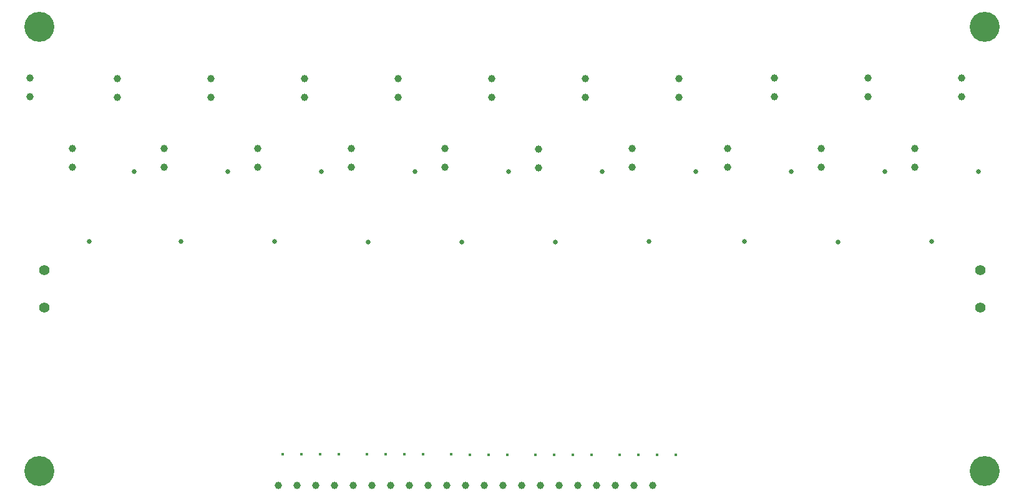
<source format=gbr>
%TF.GenerationSoftware,KiCad,Pcbnew,9.0.0*%
%TF.CreationDate,2025-03-11T14:01:05-06:00*%
%TF.ProjectId,Solenoid Breakout Board,536f6c65-6e6f-4696-9420-427265616b6f,rev?*%
%TF.SameCoordinates,Original*%
%TF.FileFunction,Plated,1,2,PTH,Drill*%
%TF.FilePolarity,Positive*%
%FSLAX46Y46*%
G04 Gerber Fmt 4.6, Leading zero omitted, Abs format (unit mm)*
G04 Created by KiCad (PCBNEW 9.0.0) date 2025-03-11 14:01:05*
%MOMM*%
%LPD*%
G01*
G04 APERTURE LIST*
%TA.AperFunction,ComponentDrill*%
%ADD10C,0.381000*%
%TD*%
%TA.AperFunction,ComponentDrill*%
%ADD11C,0.635000*%
%TD*%
%TA.AperFunction,ComponentDrill*%
%ADD12C,1.000000*%
%TD*%
%TA.AperFunction,ComponentDrill*%
%ADD13C,1.422400*%
%TD*%
%TA.AperFunction,ComponentDrill*%
%ADD14C,4.064000*%
%TD*%
G04 APERTURE END LIST*
D10*
%TO.C,R2*%
X81280000Y-149400000D03*
%TO.C,R1*%
X83820000Y-149400000D03*
%TO.C,R5*%
X86360000Y-149400000D03*
%TO.C,R3*%
X88900000Y-149400000D03*
%TO.C,R6*%
X92710000Y-149400000D03*
%TO.C,R4*%
X95250000Y-149400000D03*
%TO.C,R16*%
X97790000Y-149400000D03*
%TO.C,R17*%
X100330000Y-149400000D03*
%TO.C,R18*%
X104140000Y-149400000D03*
%TO.C,R13*%
X106680000Y-149495000D03*
%TO.C,R14*%
X109220000Y-149495000D03*
%TO.C,R15*%
X111760000Y-149495000D03*
%TO.C,R25*%
X115570000Y-149495000D03*
%TO.C,R26*%
X118110000Y-149495000D03*
%TO.C,R27*%
X120650000Y-149495000D03*
%TO.C,R28*%
X123190000Y-149495000D03*
%TO.C,R33*%
X127000000Y-149495000D03*
%TO.C,R34*%
X129540000Y-149495000D03*
%TO.C,R35*%
X132080000Y-149495000D03*
%TO.C,R36*%
X134620000Y-149495000D03*
D11*
%TO.C,Q2*%
X55005000Y-120600000D03*
%TO.C,Q1*%
X61115000Y-111125000D03*
%TO.C,Q4*%
X67465000Y-120600000D03*
%TO.C,Q5*%
X73815000Y-111125000D03*
%TO.C,Q6*%
X80165000Y-120600000D03*
%TO.C,Q3*%
X86515000Y-111125000D03*
%TO.C,Q10*%
X92865000Y-120650000D03*
%TO.C,Q11*%
X99215000Y-111125000D03*
%TO.C,Q12*%
X105565000Y-120650000D03*
%TO.C,Q7*%
X111915000Y-111125000D03*
%TO.C,Q8*%
X118265000Y-120650000D03*
%TO.C,Q9*%
X124615000Y-111125000D03*
%TO.C,Q13*%
X130965000Y-120600000D03*
%TO.C,Q14*%
X137315000Y-111125000D03*
%TO.C,Q15*%
X143905000Y-120600000D03*
%TO.C,Q16*%
X150255000Y-111100000D03*
%TO.C,Q17*%
X156605000Y-120650000D03*
%TO.C,Q18*%
X162955000Y-111075000D03*
%TO.C,Q19*%
X169305000Y-120600000D03*
%TO.C,Q20*%
X175655000Y-111100000D03*
D12*
%TO.C,Power Out*%
X46990000Y-98425000D03*
X46990000Y-100965000D03*
%TO.C,L2*%
X52705000Y-107950000D03*
X52705000Y-110490000D03*
%TO.C,L1*%
X58815000Y-98445000D03*
X58815000Y-100985000D03*
%TO.C,L4*%
X65165000Y-107945000D03*
X65165000Y-110485000D03*
%TO.C,L5*%
X71515000Y-98470000D03*
X71515000Y-101010000D03*
%TO.C,L6*%
X77865000Y-107945000D03*
X77865000Y-110485000D03*
%TO.C,J1*%
X80645000Y-153670000D03*
X83185000Y-153670000D03*
%TO.C,L3*%
X84215000Y-98470000D03*
X84215000Y-101010000D03*
%TO.C,J1*%
X85725000Y-153670000D03*
X88265000Y-153670000D03*
%TO.C,L10*%
X90565000Y-107950000D03*
X90565000Y-110490000D03*
%TO.C,J1*%
X90805000Y-153670000D03*
X93345000Y-153670000D03*
X95885000Y-153670000D03*
%TO.C,L11*%
X96915000Y-98450000D03*
X96915000Y-100990000D03*
%TO.C,J1*%
X98425000Y-153670000D03*
X100965000Y-153670000D03*
%TO.C,L12*%
X103265000Y-107995000D03*
X103265000Y-110535000D03*
%TO.C,J1*%
X103505000Y-153670000D03*
X106045000Y-153670000D03*
X108585000Y-153670000D03*
%TO.C,L7*%
X109615000Y-98470000D03*
X109615000Y-101010000D03*
%TO.C,J1*%
X111125000Y-153670000D03*
X113665000Y-153670000D03*
%TO.C,L8*%
X115965000Y-108000000D03*
X115965000Y-110540000D03*
%TO.C,J1*%
X116205000Y-153670000D03*
X118745000Y-153670000D03*
X121285000Y-153670000D03*
%TO.C,L9*%
X122315000Y-98470000D03*
X122315000Y-101010000D03*
%TO.C,J1*%
X123825000Y-153670000D03*
X126365000Y-153670000D03*
%TO.C,L13*%
X128665000Y-107945000D03*
X128665000Y-110485000D03*
%TO.C,J1*%
X128905000Y-153670000D03*
X131445000Y-153670000D03*
%TO.C,L14*%
X135015000Y-98470000D03*
X135015000Y-101010000D03*
%TO.C,L15*%
X141605000Y-107950000D03*
X141605000Y-110490000D03*
%TO.C,L16*%
X147955000Y-98425000D03*
X147955000Y-100965000D03*
%TO.C,L17*%
X154305000Y-107950000D03*
X154305000Y-110490000D03*
%TO.C,L18*%
X160655000Y-98425000D03*
X160655000Y-100965000D03*
%TO.C,L19*%
X167005000Y-107950000D03*
X167005000Y-110490000D03*
%TO.C,L20*%
X173355000Y-98425000D03*
X173355000Y-100965000D03*
D13*
%TO.C,POWER*%
X48895000Y-124460000D03*
X48895000Y-129540000D03*
X175895000Y-124460000D03*
X175895000Y-129540000D03*
D14*
%TO.C,REF\u002A\u002A*%
X48260000Y-91440000D03*
X48260000Y-151765000D03*
X176530000Y-91440000D03*
X176530000Y-151765000D03*
M02*

</source>
